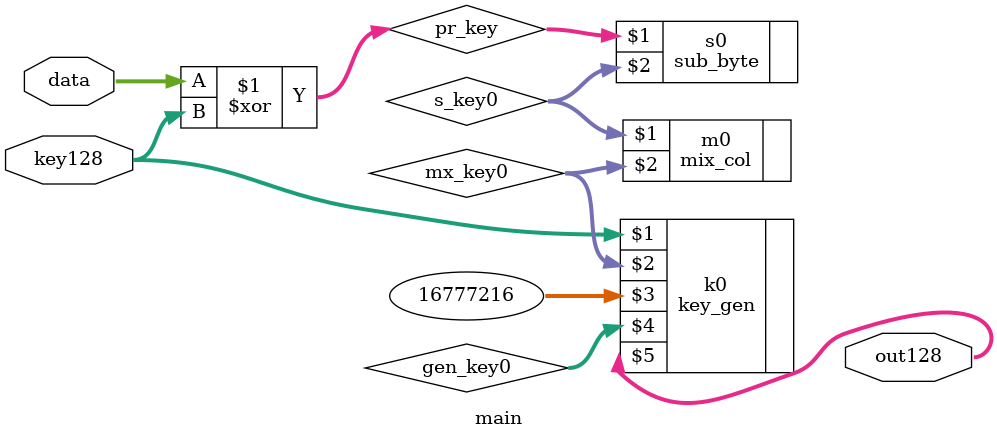
<source format=v>
`timescale 1ns / 1ps

`include "sub_byte.v"
`include "mix_col.v"
`include "key_gen.v"
`include "sbox.v"

module main(data,key128,out128);//
input [0:127] data,key128;
output [0:127] out128;

wire [0:127] s_key0; 
wire [0:127] mx_key0; 
wire [0:127] gen_key0; 
wire [0:127] pr_key;
//pre round operation

assign pr_key = data^key128;

sub_byte s0(pr_key,s_key0);

//mix column

mix_col  m0(s_key0,mx_key0);

//add round key operation

key_gen k0(key128, mx_key0, 32'h01000000, gen_key0, out128);

endmodule

</source>
